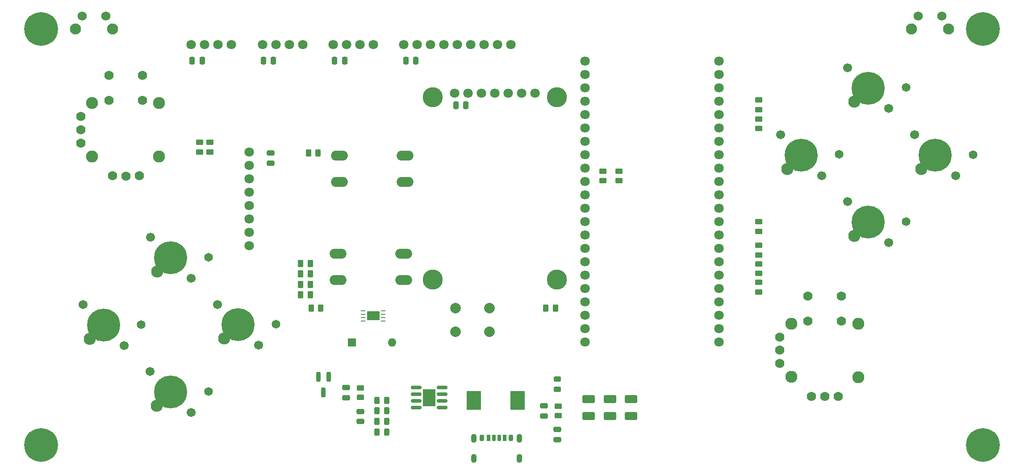
<source format=gbr>
%TF.GenerationSoftware,KiCad,Pcbnew,8.0.6*%
%TF.CreationDate,2025-01-24T00:07:20+07:00*%
%TF.ProjectId,esp_gamepad_v2,6573705f-6761-46d6-9570-61645f76322e,rev?*%
%TF.SameCoordinates,Original*%
%TF.FileFunction,Soldermask,Top*%
%TF.FilePolarity,Negative*%
%FSLAX46Y46*%
G04 Gerber Fmt 4.6, Leading zero omitted, Abs format (unit mm)*
G04 Created by KiCad (PCBNEW 8.0.6) date 2025-01-24 00:07:20*
%MOMM*%
%LPD*%
G01*
G04 APERTURE LIST*
G04 Aperture macros list*
%AMRoundRect*
0 Rectangle with rounded corners*
0 $1 Rounding radius*
0 $2 $3 $4 $5 $6 $7 $8 $9 X,Y pos of 4 corners*
0 Add a 4 corners polygon primitive as box body*
4,1,4,$2,$3,$4,$5,$6,$7,$8,$9,$2,$3,0*
0 Add four circle primitives for the rounded corners*
1,1,$1+$1,$2,$3*
1,1,$1+$1,$4,$5*
1,1,$1+$1,$6,$7*
1,1,$1+$1,$8,$9*
0 Add four rect primitives between the rounded corners*
20,1,$1+$1,$2,$3,$4,$5,0*
20,1,$1+$1,$4,$5,$6,$7,0*
20,1,$1+$1,$6,$7,$8,$9,0*
20,1,$1+$1,$8,$9,$2,$3,0*%
G04 Aperture macros list end*
%ADD10C,3.800000*%
%ADD11C,1.800000*%
%ADD12RoundRect,0.250000X-0.450000X0.262500X-0.450000X-0.262500X0.450000X-0.262500X0.450000X0.262500X0*%
%ADD13C,1.701800*%
%ADD14C,6.250000*%
%ADD15C,2.300000*%
%ADD16C,1.650000*%
%ADD17RoundRect,0.250000X0.450000X-0.262500X0.450000X0.262500X-0.450000X0.262500X-0.450000X-0.262500X0*%
%ADD18RoundRect,0.243750X-0.243750X-0.456250X0.243750X-0.456250X0.243750X0.456250X-0.243750X0.456250X0*%
%ADD19O,3.200000X1.900000*%
%ADD20RoundRect,0.250000X-0.262500X-0.450000X0.262500X-0.450000X0.262500X0.450000X-0.262500X0.450000X0*%
%ADD21RoundRect,0.250000X-0.250000X-0.475000X0.250000X-0.475000X0.250000X0.475000X-0.250000X0.475000X0*%
%ADD22C,2.000000*%
%ADD23C,2.100000*%
%ADD24C,1.750000*%
%ADD25RoundRect,0.150000X-0.825000X-0.150000X0.825000X-0.150000X0.825000X0.150000X-0.825000X0.150000X0*%
%ADD26R,2.410000X3.300000*%
%ADD27RoundRect,0.250000X0.475000X-0.250000X0.475000X0.250000X-0.475000X0.250000X-0.475000X-0.250000X0*%
%ADD28RoundRect,0.062500X-0.387500X-0.062500X0.387500X-0.062500X0.387500X0.062500X-0.387500X0.062500X0*%
%ADD29R,2.400000X1.800000*%
%ADD30RoundRect,0.250001X-0.924999X0.499999X-0.924999X-0.499999X0.924999X-0.499999X0.924999X0.499999X0*%
%ADD31RoundRect,0.200000X-0.200000X0.750000X-0.200000X-0.750000X0.200000X-0.750000X0.200000X0.750000X0*%
%ADD32RoundRect,0.200000X0.200000X0.400000X-0.200000X0.400000X-0.200000X-0.400000X0.200000X-0.400000X0*%
%ADD33RoundRect,0.200000X-0.200000X-0.400000X0.200000X-0.400000X0.200000X0.400000X-0.200000X0.400000X0*%
%ADD34RoundRect,0.190000X-0.190000X-0.410000X0.190000X-0.410000X0.190000X0.410000X-0.190000X0.410000X0*%
%ADD35RoundRect,0.190000X0.190000X0.410000X-0.190000X0.410000X-0.190000X-0.410000X0.190000X-0.410000X0*%
%ADD36RoundRect,0.175000X0.175000X0.425000X-0.175000X0.425000X-0.175000X-0.425000X0.175000X-0.425000X0*%
%ADD37RoundRect,0.175000X-0.175000X-0.425000X0.175000X-0.425000X0.175000X0.425000X-0.175000X0.425000X0*%
%ADD38O,1.100000X1.700000*%
%ADD39C,6.400000*%
%ADD40RoundRect,0.250000X-0.475000X0.250000X-0.475000X-0.250000X0.475000X-0.250000X0.475000X0.250000X0*%
%ADD41RoundRect,0.243750X-0.456250X0.243750X-0.456250X-0.243750X0.456250X-0.243750X0.456250X0.243750X0*%
%ADD42C,1.778000*%
%ADD43C,2.286000*%
%ADD44RoundRect,0.250000X0.250000X0.475000X-0.250000X0.475000X-0.250000X-0.475000X0.250000X-0.475000X0*%
%ADD45R,2.700000X3.600000*%
%ADD46R,1.600000X1.600000*%
%ADD47O,1.600000X1.600000*%
G04 APERTURE END LIST*
D10*
%TO.C,U1*%
X139710000Y-59970000D03*
X139710000Y-94570000D03*
D11*
X143855000Y-59160000D03*
D10*
X163240000Y-59970000D03*
X163240000Y-94570000D03*
D11*
X146395000Y-59160000D03*
X148935000Y-59160000D03*
X151475000Y-59160000D03*
X154015000Y-59160000D03*
X156555000Y-59160000D03*
X159095000Y-59160000D03*
%TD*%
%TO.C,U4*%
X104950000Y-70370000D03*
X104950000Y-72910000D03*
X104950000Y-75450000D03*
X104950000Y-77990000D03*
X104950000Y-80530000D03*
X104950000Y-83070000D03*
X104950000Y-85610000D03*
X104950000Y-88150000D03*
%TD*%
D12*
%TO.C,R18*%
X126000000Y-115125000D03*
X126000000Y-116950000D03*
%TD*%
D11*
%TO.C,J3*%
X134180000Y-50000000D03*
X136720000Y-50000000D03*
X139260000Y-50000000D03*
X141800000Y-50000000D03*
X144340000Y-50000000D03*
X146880000Y-50000000D03*
X149420000Y-50000000D03*
X151960000Y-50000000D03*
X154500000Y-50000000D03*
%TD*%
%TO.C,J1*%
X93940000Y-50000000D03*
X96480000Y-50000000D03*
X99020000Y-50000000D03*
X101560000Y-50000000D03*
%TD*%
D13*
%TO.C,SW7*%
X218403092Y-79764571D03*
D14*
X222292179Y-83653658D03*
D15*
X219675884Y-86269953D03*
D16*
X229469313Y-83547592D03*
D13*
X226181266Y-87542745D03*
%TD*%
D17*
%TO.C,R15*%
X201500000Y-96912500D03*
X201500000Y-95087500D03*
%TD*%
D18*
%TO.C,D1*%
X129125000Y-123500000D03*
X131000000Y-123500000D03*
%TD*%
D17*
%TO.C,R16*%
X201500000Y-89912500D03*
X201500000Y-88087500D03*
%TD*%
D19*
%TO.C,SW12*%
X121750000Y-89660000D03*
X134250000Y-89660000D03*
X121750000Y-94660000D03*
X134250000Y-94660000D03*
%TD*%
D12*
%TO.C,R19*%
X163500000Y-118587500D03*
X163500000Y-120412500D03*
%TD*%
D17*
%TO.C,R5*%
X172000000Y-75825000D03*
X172000000Y-74000000D03*
%TD*%
D20*
%TO.C,R13*%
X114675000Y-95500000D03*
X116500000Y-95500000D03*
%TD*%
D13*
%TO.C,SW10*%
X86168436Y-86554327D03*
D14*
X90057523Y-90443414D03*
D15*
X87441228Y-93059709D03*
D16*
X97234657Y-90337348D03*
D13*
X93946610Y-94332501D03*
%TD*%
D20*
%TO.C,R14*%
X161175000Y-100000000D03*
X163000000Y-100000000D03*
%TD*%
D17*
%TO.C,R17*%
X201500000Y-93412500D03*
X201500000Y-91587500D03*
%TD*%
D21*
%TO.C,C1*%
X107600000Y-53000000D03*
X109500000Y-53000000D03*
%TD*%
D22*
%TO.C,SW13*%
X150500000Y-104500000D03*
X144000000Y-104500000D03*
X150500000Y-100000000D03*
X144000000Y-100000000D03*
%TD*%
D23*
%TO.C,SW1*%
X71995000Y-46990000D03*
X79005000Y-46990000D03*
D24*
X73245000Y-44500000D03*
X77745000Y-44500000D03*
%TD*%
D23*
%TO.C,SW2*%
X230512767Y-46989995D03*
X237522767Y-46989995D03*
D24*
X231762767Y-44499995D03*
X236262767Y-44499995D03*
%TD*%
D25*
%TO.C,U7*%
X136550000Y-115095000D03*
X136550000Y-116365000D03*
X136550000Y-117635000D03*
X136550000Y-118905000D03*
X141500000Y-118905000D03*
X141500000Y-117635000D03*
X141500000Y-116365000D03*
X141500000Y-115095000D03*
D26*
X139025000Y-117000000D03*
%TD*%
D27*
%TO.C,C6*%
X109000000Y-72450000D03*
X109000000Y-70550000D03*
%TD*%
D28*
%TO.C,U5*%
X126550000Y-100500000D03*
X126550000Y-101150000D03*
X126550000Y-101800000D03*
X126550000Y-102450000D03*
X130350000Y-102450000D03*
X130350000Y-101800000D03*
X130350000Y-101150000D03*
X130350000Y-100500000D03*
D29*
X128450000Y-101475000D03*
%TD*%
D30*
%TO.C,C12*%
X173300000Y-117250000D03*
X173300000Y-120500000D03*
%TD*%
D13*
%TO.C,SW9*%
X98896358Y-99282249D03*
D14*
X102785445Y-103171336D03*
D15*
X100169150Y-105787631D03*
D16*
X109962579Y-103065270D03*
D13*
X106674532Y-107060423D03*
%TD*%
D20*
%TO.C,R9*%
X114675000Y-97500000D03*
X116500000Y-97500000D03*
%TD*%
D31*
%TO.C,Q1*%
X118050000Y-113000000D03*
X119950000Y-113000000D03*
X119000000Y-116000000D03*
%TD*%
D13*
%TO.C,SW3*%
X218382991Y-54328828D03*
D14*
X222272078Y-58217915D03*
D15*
X219655783Y-60834210D03*
D16*
X229449212Y-58111849D03*
D13*
X226161165Y-62107002D03*
%TD*%
D32*
%TO.C,P1*%
X154550000Y-124620000D03*
D33*
X149050000Y-124620000D03*
D34*
X150280000Y-124620000D03*
D35*
X153320000Y-124620000D03*
D36*
X152300000Y-124620000D03*
D37*
X151300000Y-124620000D03*
D38*
X147480000Y-124700000D03*
X147480000Y-128500000D03*
X156120000Y-124700000D03*
X156120000Y-128500000D03*
%TD*%
D20*
%TO.C,R10*%
X114675000Y-91500000D03*
X116500000Y-91500000D03*
%TD*%
D21*
%TO.C,C2*%
X94100000Y-53000000D03*
X96000000Y-53000000D03*
%TD*%
D39*
%TO.C,H3*%
X65500000Y-126000000D03*
%TD*%
D40*
%TO.C,C8*%
X123300000Y-115100000D03*
X123300000Y-117000000D03*
%TD*%
D17*
%TO.C,R3*%
X97500000Y-70325000D03*
X97500000Y-68500000D03*
%TD*%
D40*
%TO.C,C9*%
X163300000Y-123050000D03*
X163300000Y-124950000D03*
%TD*%
D20*
%TO.C,R12*%
X116675000Y-100000000D03*
X118500000Y-100000000D03*
%TD*%
D11*
%TO.C,U2*%
X168600000Y-53080000D03*
X168600000Y-55620000D03*
X168600000Y-58160000D03*
X168600000Y-60700000D03*
X168600000Y-63240000D03*
X168600000Y-65780000D03*
X168600000Y-68320000D03*
X168600000Y-70860000D03*
X168600000Y-73400000D03*
X168600000Y-75940000D03*
X168600000Y-78480000D03*
X168600000Y-81020000D03*
X168600000Y-83560000D03*
X168600000Y-86100000D03*
X168600000Y-88640000D03*
X168600000Y-91180000D03*
X168600000Y-93720000D03*
X168600000Y-96260000D03*
X168600000Y-98800000D03*
X168600000Y-101340000D03*
X168600000Y-103880000D03*
X168600000Y-106420000D03*
X194000000Y-106420000D03*
X194000000Y-103880000D03*
X194000000Y-101340000D03*
X194000000Y-98800000D03*
X194000000Y-96260000D03*
X194000000Y-93720000D03*
X194000000Y-91180000D03*
X194000000Y-88640000D03*
X194000000Y-86100000D03*
X194000000Y-83560000D03*
X194000000Y-81020000D03*
X194000000Y-78480000D03*
X194000000Y-75940000D03*
X194000000Y-73400000D03*
X194000000Y-70860000D03*
X194000000Y-68320000D03*
X194000000Y-65780000D03*
X194000000Y-63240000D03*
X194000000Y-60700000D03*
X194000000Y-58160000D03*
X194000000Y-55620000D03*
X194000000Y-53080000D03*
%TD*%
D41*
%TO.C,D5*%
X163300000Y-113500000D03*
X163300000Y-115375000D03*
%TD*%
D39*
%TO.C,H1*%
X65500000Y-47000000D03*
%TD*%
D13*
%TO.C,SW14*%
X86133080Y-112045527D03*
D14*
X90022167Y-115934614D03*
D15*
X87405872Y-118550909D03*
D16*
X97199301Y-115828548D03*
D13*
X93911254Y-119823701D03*
%TD*%
D39*
%TO.C,H4*%
X244000000Y-126000000D03*
%TD*%
D17*
%TO.C,R8*%
X201500000Y-65912500D03*
X201500000Y-64087500D03*
%TD*%
D12*
%TO.C,R2*%
X95500000Y-68500000D03*
X95500000Y-70325000D03*
%TD*%
D18*
%TO.C,D3*%
X129125000Y-119500000D03*
X131000000Y-119500000D03*
%TD*%
D19*
%TO.C,SW4*%
X134500000Y-76000000D03*
X122000000Y-76000000D03*
X134500000Y-71000000D03*
X122000000Y-71000000D03*
%TD*%
D13*
%TO.C,SW5*%
X205675170Y-67036649D03*
D14*
X209564257Y-70925736D03*
D15*
X206947962Y-73542031D03*
D16*
X216741391Y-70819670D03*
D13*
X213453344Y-74814823D03*
%TD*%
D18*
%TO.C,D2*%
X129125000Y-121500000D03*
X131000000Y-121500000D03*
%TD*%
D42*
%TO.C,U6*%
X210864845Y-97680200D03*
X217214845Y-97700000D03*
X210864845Y-102420200D03*
X217224845Y-102440200D03*
X211514845Y-116750000D03*
X214054845Y-116770000D03*
X216594845Y-116750000D03*
D43*
X207689845Y-102935200D03*
X207689845Y-113065200D03*
X220389845Y-113080000D03*
X220389845Y-102920000D03*
D42*
X205539845Y-105460000D03*
X205524845Y-107985200D03*
X205524845Y-110525200D03*
%TD*%
D30*
%TO.C,C13*%
X169300000Y-117250000D03*
X169300000Y-120500000D03*
%TD*%
D17*
%TO.C,R7*%
X201500000Y-85412500D03*
X201500000Y-83587500D03*
%TD*%
%TO.C,R6*%
X175000000Y-75825000D03*
X175000000Y-74000000D03*
%TD*%
D13*
%TO.C,SW8*%
X73405158Y-99317605D03*
D14*
X77294245Y-103206692D03*
D15*
X74677950Y-105822987D03*
D16*
X84471379Y-103100626D03*
D13*
X81183332Y-107095779D03*
%TD*%
D20*
%TO.C,R4*%
X116175000Y-70500000D03*
X118000000Y-70500000D03*
%TD*%
D21*
%TO.C,C4*%
X134600000Y-53000000D03*
X136500000Y-53000000D03*
%TD*%
D40*
%TO.C,C7*%
X126000000Y-119600000D03*
X126000000Y-121500000D03*
%TD*%
D12*
%TO.C,R1*%
X201500000Y-60500000D03*
X201500000Y-62325000D03*
%TD*%
D11*
%TO.C,J4*%
X120860000Y-50000000D03*
X123400000Y-50000000D03*
X125940000Y-50000000D03*
X128480000Y-50000000D03*
%TD*%
D18*
%TO.C,D4*%
X129125000Y-117500000D03*
X131000000Y-117500000D03*
%TD*%
D44*
%TO.C,C5*%
X146000000Y-61500000D03*
X144100000Y-61500000D03*
%TD*%
D21*
%TO.C,C3*%
X121100000Y-53000000D03*
X123000000Y-53000000D03*
%TD*%
D42*
%TO.C,U3*%
X78325000Y-55805000D03*
X84675000Y-55824800D03*
X78325000Y-60545000D03*
X84685000Y-60565000D03*
X78975000Y-74874800D03*
X81515000Y-74894800D03*
X84055000Y-74874800D03*
D43*
X75150000Y-61060000D03*
X75150000Y-71190000D03*
X87850000Y-71204800D03*
X87850000Y-61044800D03*
D42*
X73000000Y-63584800D03*
X72985000Y-66110000D03*
X72985000Y-68650000D03*
%TD*%
D40*
%TO.C,C10*%
X160800000Y-118550000D03*
X160800000Y-120450000D03*
%TD*%
D45*
%TO.C,L1*%
X147500000Y-117500000D03*
X155800000Y-117500000D03*
%TD*%
D39*
%TO.C,H2*%
X244000000Y-47000000D03*
%TD*%
D11*
%TO.C,J2*%
X107440000Y-50000000D03*
X109980000Y-50000000D03*
X112520000Y-50000000D03*
X115060000Y-50000000D03*
%TD*%
D13*
%TO.C,SW6*%
X231110913Y-67056750D03*
D14*
X235000000Y-70945837D03*
D15*
X232383705Y-73562132D03*
D16*
X242177134Y-70839771D03*
D13*
X238889087Y-74834924D03*
%TD*%
D30*
%TO.C,C11*%
X177300000Y-117250000D03*
X177300000Y-120500000D03*
%TD*%
D20*
%TO.C,R11*%
X114675000Y-93500000D03*
X116500000Y-93500000D03*
%TD*%
D46*
%TO.C,SW11*%
X124380000Y-106500000D03*
D47*
X132000000Y-106500000D03*
%TD*%
M02*

</source>
